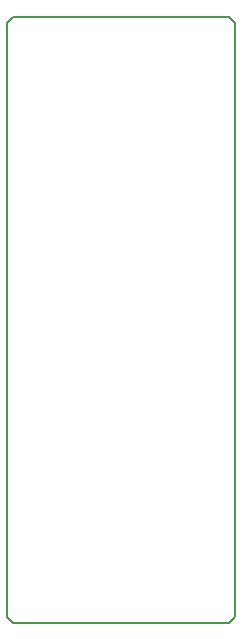
<source format=gm1>
G04 #@! TF.GenerationSoftware,KiCad,Pcbnew,5.0.0-fee4fd1~65~ubuntu18.04.1*
G04 #@! TF.CreationDate,2018-07-31T22:57:32+02:00*
G04 #@! TF.ProjectId,raspi3-4xWS2812,7261737069332D34785753323831322E,rev?*
G04 #@! TF.SameCoordinates,Original*
G04 #@! TF.FileFunction,Profile,NP*
%FSLAX46Y46*%
G04 Gerber Fmt 4.6, Leading zero omitted, Abs format (unit mm)*
G04 Created by KiCad (PCBNEW 5.0.0-fee4fd1~65~ubuntu18.04.1) date Tue Jul 31 22:57:32 2018*
%MOMM*%
%LPD*%
G01*
G04 APERTURE LIST*
%ADD10C,0.200000*%
G04 APERTURE END LIST*
D10*
X94234000Y-101219000D02*
X94234000Y-50927000D01*
X94742000Y-101727000D02*
X94242000Y-101227000D01*
X113038000Y-101719000D02*
X94742000Y-101727000D01*
X113538000Y-101219000D02*
X113038000Y-101719000D01*
X113538000Y-50927000D02*
X113538000Y-101177000D01*
X113030000Y-50419000D02*
X113530000Y-50919000D01*
X94742000Y-50419000D02*
X113030000Y-50419000D01*
X94242000Y-50919000D02*
X94742000Y-50419000D01*
M02*

</source>
